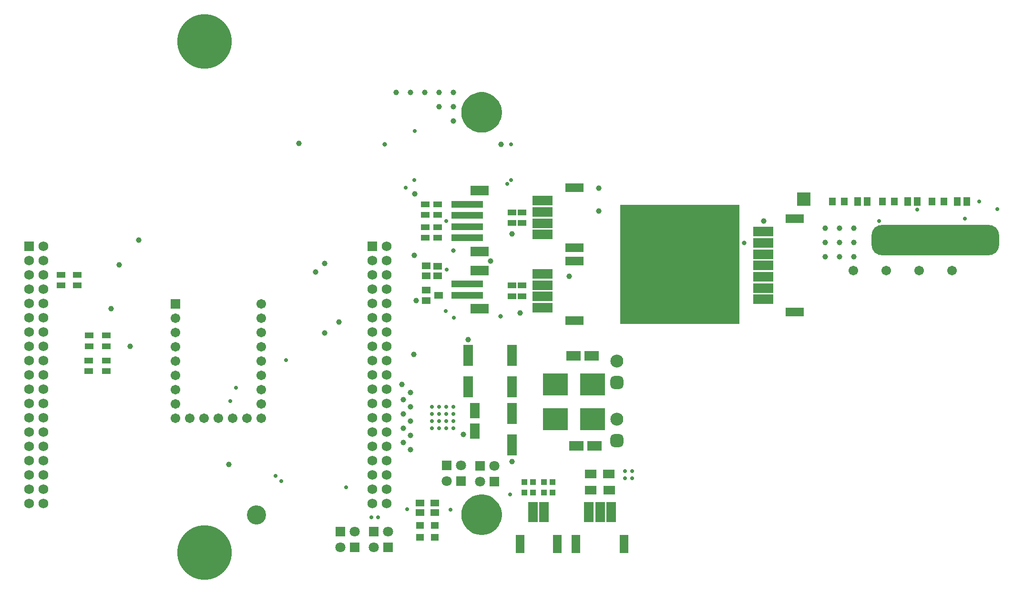
<source format=gts>
G04*
G04 #@! TF.GenerationSoftware,Altium Limited,Altium Designer,21.3.2 (30)*
G04*
G04 Layer_Color=8388736*
%FSTAX25Y25*%
%MOIN*%
G70*
G04*
G04 #@! TF.SameCoordinates,BF941F2B-45D7-4960-A8E1-59923975AC68*
G04*
G04*
G04 #@! TF.FilePolarity,Negative*
G04*
G01*
G75*
%ADD40R,0.05524X0.05131*%
%ADD41R,0.05918X0.05131*%
%ADD42R,0.06312X0.13005*%
%ADD43R,0.06706X0.14186*%
%ADD44R,0.03950X0.03950*%
%ADD45R,0.07950X0.06150*%
%ADD46R,0.07099X0.11036*%
%ADD47R,0.07099X0.14580*%
%ADD48R,0.17493X0.15800*%
%ADD49R,0.10052X0.06902*%
%ADD50R,0.06312X0.04737*%
%ADD51R,0.12611X0.07099*%
%ADD52R,0.22453X0.04737*%
%ADD53R,0.05918X0.04343*%
%ADD54R,0.13005X0.06312*%
%ADD55R,0.14186X0.06706*%
%ADD56C,0.06706*%
%ADD57R,0.05131X0.05524*%
%ADD58R,0.05131X0.05918*%
%ADD59R,0.83477X0.83477*%
%ADD60R,0.09461X0.09461*%
%ADD61R,0.07099X0.07099*%
%ADD62C,0.07099*%
%ADD63R,0.06737X0.06737*%
%ADD64C,0.06737*%
%ADD65C,0.09068*%
G04:AMPARAMS|DCode=66|XSize=90.68mil|YSize=90.68mil|CornerRadius=24.67mil|HoleSize=0mil|Usage=FLASHONLY|Rotation=90.000|XOffset=0mil|YOffset=0mil|HoleType=Round|Shape=RoundedRectangle|*
%AMROUNDEDRECTD66*
21,1,0.09068,0.04134,0,0,90.0*
21,1,0.04134,0.09068,0,0,90.0*
1,1,0.04934,0.02067,0.02067*
1,1,0.04934,0.02067,-0.02067*
1,1,0.04934,-0.02067,-0.02067*
1,1,0.04934,-0.02067,0.02067*
%
%ADD66ROUNDEDRECTD66*%
%ADD67R,0.06824X0.06824*%
%ADD68C,0.06824*%
%ADD69C,0.16548*%
%ADD70C,0.13398*%
G04:AMPARAMS|DCode=71|XSize=893.83mil|YSize=212.72mil|CornerRadius=75.65mil|HoleSize=0mil|Usage=FLASHONLY|Rotation=180.000|XOffset=0mil|YOffset=0mil|HoleType=Round|Shape=RoundedRectangle|*
%AMROUNDEDRECTD71*
21,1,0.89383,0.06142,0,0,180.0*
21,1,0.74252,0.21272,0,0,180.0*
1,1,0.15131,-0.37126,0.03071*
1,1,0.15131,0.37126,0.03071*
1,1,0.15131,0.37126,-0.03071*
1,1,0.15131,-0.37126,-0.03071*
%
%ADD71ROUNDEDRECTD71*%
%ADD72C,0.38202*%
%ADD73C,0.03950*%
%ADD74C,0.03162*%
%ADD75C,0.02769*%
%ADD76C,0.03398*%
G36*
X0368843Y0144446D02*
X0368843Y0143521D01*
X0368601Y0141687D01*
X0368123Y0139901D01*
X0367415Y0138193D01*
X0366491Y0136591D01*
X0365365Y0135124D01*
X0364057Y0133817D01*
X036259Y0132691D01*
X0360989Y0131766D01*
X035928Y0131059D01*
X0357494Y013058D01*
X0355661Y0130339D01*
X0354736D01*
X0353803Y0130339D01*
X0351952Y0130582D01*
X0350149Y0131065D01*
X0348425Y0131779D01*
X0346809Y0132712D01*
X0345328Y0133847D01*
X0344008Y0135167D01*
X0342871Y0136648D01*
X0341938Y0138264D01*
X0341223Y0139988D01*
X034074Y0141791D01*
X0340496Y0143641D01*
X0340496Y0144574D01*
X0340496Y0145502D01*
X0340739Y0147341D01*
X034122Y0149133D01*
X0341932Y0150846D01*
X0342863Y0152452D01*
X0343995Y0153921D01*
X034531Y015523D01*
X0346785Y0156355D01*
X0348394Y0157278D01*
X0350111Y0157982D01*
X0351905Y0158455D01*
X0353745Y0158689D01*
X0354673Y0158685D01*
X0355603Y015868D01*
X0357447Y0158429D01*
X0359243Y015794D01*
X0360959Y0157222D01*
X0362567Y0156286D01*
X036404Y0155149D01*
X0365353Y015383D01*
X0366483Y0152351D01*
X036741Y0150739D01*
X0368121Y0149019D01*
X0368601Y0147221D01*
X0368843Y0145376D01*
X0368843Y0144446D01*
D01*
D02*
G37*
G36*
Y0425942D02*
X0368843Y0425017D01*
X0368601Y0423183D01*
X0368123Y0421397D01*
X0367415Y0419689D01*
X0366491Y0418087D01*
X0365365Y041662D01*
X0364057Y0415313D01*
X036259Y0414187D01*
X0360989Y0413262D01*
X035928Y0412555D01*
X0357494Y0412076D01*
X0355661Y0411835D01*
X0354736D01*
X0353803Y0411834D01*
X0351952Y0412078D01*
X0350149Y0412561D01*
X0348425Y0413275D01*
X0346809Y0414208D01*
X0345328Y0415344D01*
X0344008Y0416663D01*
X0342871Y0418144D01*
X0341938Y041976D01*
X0341223Y0421484D01*
X034074Y0423287D01*
X0340496Y0425137D01*
X0340496Y042607D01*
X0340496Y0426998D01*
X0340739Y0428837D01*
X034122Y0430629D01*
X0341932Y0432342D01*
X0342863Y0433948D01*
X0343995Y0435417D01*
X034531Y0436726D01*
X0346785Y0437851D01*
X0348394Y0438774D01*
X0350111Y0439478D01*
X0351905Y0439951D01*
X0353745Y0440185D01*
X0354673Y0440181D01*
X0355603Y0440176D01*
X0357447Y0439925D01*
X0359243Y0439436D01*
X0360959Y0438718D01*
X0362567Y0437782D01*
X036404Y0436645D01*
X0365353Y0435326D01*
X0366483Y0433848D01*
X036741Y0432235D01*
X0368121Y0430515D01*
X0368601Y0428717D01*
X0368843Y0426872D01*
X0368843Y0425942D01*
D01*
D02*
G37*
D40*
X03117Y0136968D02*
D03*
Y01287D02*
D03*
X03219Y0136968D02*
D03*
Y01287D02*
D03*
D41*
X03117Y0152793D02*
D03*
Y01461D02*
D03*
X03219Y0152793D02*
D03*
Y01461D02*
D03*
X0324052Y0318307D02*
D03*
Y0311614D02*
D03*
X0315984Y0311811D02*
D03*
Y0318504D02*
D03*
D42*
X0381496Y0123984D02*
D03*
X040748D02*
D03*
X0420504D02*
D03*
X0454362D02*
D03*
D43*
X0390551Y0146228D02*
D03*
X0398425D02*
D03*
X0445307D02*
D03*
X0437433D02*
D03*
X0429559D02*
D03*
D44*
X0384646Y0167323D02*
D03*
X0390551D02*
D03*
X0384646Y0159917D02*
D03*
X0390551D02*
D03*
X0398425Y0167323D02*
D03*
X0404331D02*
D03*
X0398425Y0159917D02*
D03*
X0404331D02*
D03*
D45*
X0430913Y0161811D02*
D03*
X0443813D02*
D03*
X0430813Y0172835D02*
D03*
X0443713D02*
D03*
D46*
X0349894Y0203075D02*
D03*
Y0217248D02*
D03*
D47*
X0375984Y0215476D02*
D03*
Y0193429D02*
D03*
X0375984Y0234035D02*
D03*
Y0256083D02*
D03*
X0345276D02*
D03*
Y0234035D02*
D03*
D48*
X0406362Y0235827D02*
D03*
X0432236D02*
D03*
X0406362Y0211382D02*
D03*
X0432236D02*
D03*
D49*
X0420953Y019274D02*
D03*
X0433551D02*
D03*
X0418898Y025563D02*
D03*
X0431496D02*
D03*
D50*
X0324646Y0298031D02*
D03*
X0315984Y0294291D02*
D03*
Y0301772D02*
D03*
D51*
X0353386Y0288583D02*
D03*
Y0315354D02*
D03*
Y032874D02*
D03*
Y037126D02*
D03*
D52*
X0344528Y0305906D02*
D03*
Y0298031D02*
D03*
Y0353937D02*
D03*
Y0361811D02*
D03*
Y0346063D02*
D03*
Y0338189D02*
D03*
D53*
X031536D02*
D03*
Y0345669D02*
D03*
X0323809Y0338189D02*
D03*
Y0345669D02*
D03*
X031536Y0361811D02*
D03*
Y0354331D02*
D03*
X0323809Y0361811D02*
D03*
Y0354331D02*
D03*
X0375939Y0304921D02*
D03*
Y0297441D02*
D03*
X0382782Y0304921D02*
D03*
Y0297441D02*
D03*
X0375939Y0356102D02*
D03*
Y0348622D02*
D03*
X0382782Y0356102D02*
D03*
Y0348622D02*
D03*
X0080215Y026988D02*
D03*
Y02624D02*
D03*
X009242Y026988D02*
D03*
Y02624D02*
D03*
X0080021Y024492D02*
D03*
Y02524D02*
D03*
X0092226Y024492D02*
D03*
Y02524D02*
D03*
X006058Y030492D02*
D03*
Y03124D02*
D03*
X0071998Y030492D02*
D03*
Y03124D02*
D03*
D54*
X0419496Y0322047D02*
D03*
Y0280315D02*
D03*
Y0373228D02*
D03*
Y0331496D02*
D03*
X0573724Y0351575D02*
D03*
Y0286221D02*
D03*
D55*
X0397252Y0297244D02*
D03*
Y028937D02*
D03*
Y0305118D02*
D03*
Y0312992D02*
D03*
Y0348425D02*
D03*
Y0340551D02*
D03*
Y0356299D02*
D03*
Y0364173D02*
D03*
X055148Y034252D02*
D03*
Y0334646D02*
D03*
Y0318898D02*
D03*
Y030315D02*
D03*
Y0295276D02*
D03*
Y0311024D02*
D03*
Y0326772D02*
D03*
D56*
X0614658Y0315191D02*
D03*
X0637624D02*
D03*
X066059D02*
D03*
X0683556D02*
D03*
D57*
X0608321Y03637D02*
D03*
X0600053D02*
D03*
X0634878D02*
D03*
X0643146D02*
D03*
X0677972D02*
D03*
X0669704D02*
D03*
D58*
X0624342D02*
D03*
X0617649D02*
D03*
X0652474D02*
D03*
X0659167D02*
D03*
X0693993D02*
D03*
X06873D02*
D03*
D59*
X0493408Y0319562D02*
D03*
D60*
X05799Y03653D02*
D03*
D61*
X03303Y01789D02*
D03*
X0353653Y01788D02*
D03*
X0363653Y01678D02*
D03*
X02559Y01325D02*
D03*
X02659Y01215D02*
D03*
X02794Y01325D02*
D03*
X02894Y01215D02*
D03*
X03403Y01679D02*
D03*
D62*
X03403Y01789D02*
D03*
X0363653Y01788D02*
D03*
X0353653Y01678D02*
D03*
X02659Y01325D02*
D03*
X02559Y01215D02*
D03*
X02894Y01325D02*
D03*
X02794Y01215D02*
D03*
X03303Y01679D02*
D03*
D63*
X0140687Y0291874D02*
D03*
D64*
Y0281874D02*
D03*
Y0271874D02*
D03*
Y0261874D02*
D03*
Y0251874D02*
D03*
Y0241874D02*
D03*
Y0231874D02*
D03*
Y0221874D02*
D03*
Y0211874D02*
D03*
X0150687D02*
D03*
X0160687D02*
D03*
X0170687D02*
D03*
X0180687D02*
D03*
X0190687D02*
D03*
X0200687D02*
D03*
Y0221874D02*
D03*
Y0231874D02*
D03*
Y0241874D02*
D03*
Y0251874D02*
D03*
Y0261874D02*
D03*
Y0271874D02*
D03*
Y0281874D02*
D03*
Y0291874D02*
D03*
D65*
X0449213Y0211382D02*
D03*
Y0251988D02*
D03*
D66*
Y0196382D02*
D03*
Y0236988D02*
D03*
D67*
X0038389Y03324D02*
D03*
X0278389D02*
D03*
D68*
X0038389Y01524D02*
D03*
X0048389Y03324D02*
D03*
X0038389Y03224D02*
D03*
X0048389D02*
D03*
X0038389Y03124D02*
D03*
X0048389D02*
D03*
X0038389Y03024D02*
D03*
X0048389D02*
D03*
X0038389Y02924D02*
D03*
X0048389D02*
D03*
X0038389Y02824D02*
D03*
X0048389D02*
D03*
X0038389Y02724D02*
D03*
X0048389D02*
D03*
X0038389Y02624D02*
D03*
X0048389D02*
D03*
X0038389Y02524D02*
D03*
X0048389D02*
D03*
X0038389Y02424D02*
D03*
X0048389D02*
D03*
X0038389Y02324D02*
D03*
X0048389D02*
D03*
X0038389Y02224D02*
D03*
X0048389D02*
D03*
X0038389Y02124D02*
D03*
X0048389D02*
D03*
X0038389Y02024D02*
D03*
X0048389D02*
D03*
X0038389Y01924D02*
D03*
X0048389D02*
D03*
X0038389Y01824D02*
D03*
X0048389D02*
D03*
X0038389Y01724D02*
D03*
X0048389D02*
D03*
X0038389Y01624D02*
D03*
X0048389D02*
D03*
Y01524D02*
D03*
X0278389D02*
D03*
X0288389Y03324D02*
D03*
X0278389Y03224D02*
D03*
X0288389D02*
D03*
X0278389Y03124D02*
D03*
X0288389D02*
D03*
X0278389Y03024D02*
D03*
X0288389D02*
D03*
X0278389Y02924D02*
D03*
X0288389D02*
D03*
X0278389Y02824D02*
D03*
X0288389D02*
D03*
X0278389Y02724D02*
D03*
X0288389D02*
D03*
X0278389Y02624D02*
D03*
X0288389D02*
D03*
X0278389Y02524D02*
D03*
X0288389D02*
D03*
X0278389Y02424D02*
D03*
X0288389D02*
D03*
X0278389Y02324D02*
D03*
X0288389D02*
D03*
X0278389Y02224D02*
D03*
X0288389D02*
D03*
X0278389Y02124D02*
D03*
X0288389D02*
D03*
X0278389Y02024D02*
D03*
X0288389D02*
D03*
X0278389Y01924D02*
D03*
X0288389D02*
D03*
X0278389Y01824D02*
D03*
Y01724D02*
D03*
X0288389D02*
D03*
X0278389Y01624D02*
D03*
X0288389D02*
D03*
Y01524D02*
D03*
Y01824D02*
D03*
D69*
X0354669Y0426008D02*
D03*
Y0144512D02*
D03*
D70*
X0197244Y0144488D02*
D03*
D71*
X067191Y0336515D02*
D03*
D72*
X0160984Y0475768D02*
D03*
Y0118D02*
D03*
D73*
X0295Y044D02*
D03*
X0305D02*
D03*
X0335Y042D02*
D03*
X0325Y043D02*
D03*
X0335D02*
D03*
Y044D02*
D03*
X0325D02*
D03*
X0315D02*
D03*
X0305Y019D02*
D03*
Y023D02*
D03*
Y022D02*
D03*
Y021D02*
D03*
Y02D02*
D03*
X03Y0195D02*
D03*
Y0205D02*
D03*
Y0215D02*
D03*
Y0225D02*
D03*
X0595Y0325D02*
D03*
Y0335D02*
D03*
Y0345D02*
D03*
X0605D02*
D03*
Y0335D02*
D03*
Y0325D02*
D03*
X0615D02*
D03*
Y0335D02*
D03*
Y0345D02*
D03*
X03453Y02671D02*
D03*
X01778Y01796D02*
D03*
X0095746Y0288518D02*
D03*
X01013Y0319411D02*
D03*
X0115Y03366D02*
D03*
X03682Y04035D02*
D03*
X02548Y02792D02*
D03*
X0308Y03689D02*
D03*
X0375984Y0181684D02*
D03*
X0342Y02008D02*
D03*
X0299Y02355D02*
D03*
X03071Y02565D02*
D03*
X0109Y02623D02*
D03*
X03077Y03259D02*
D03*
X04366Y03729D02*
D03*
X04367Y03571D02*
D03*
X0308809Y0294291D02*
D03*
X02385Y03143D02*
D03*
X02449Y02717D02*
D03*
Y03202D02*
D03*
X03815Y02858D02*
D03*
X0361Y03219D02*
D03*
X04158Y03114D02*
D03*
X0376Y0341D02*
D03*
X0552Y035D02*
D03*
X02268Y04044D02*
D03*
D74*
X03348Y03294D02*
D03*
X0287Y04035D02*
D03*
X05381Y03347D02*
D03*
X0368Y02832D02*
D03*
D75*
X03301Y03159D02*
D03*
X03298Y03499D02*
D03*
X03329Y01481D02*
D03*
X03746Y01588D02*
D03*
X02599Y01638D02*
D03*
X02777Y01427D02*
D03*
X02821Y01428D02*
D03*
X02145Y01679D02*
D03*
X02106Y01717D02*
D03*
X03027Y01483D02*
D03*
X06593Y0358D02*
D03*
X06925Y03515D02*
D03*
X07154Y03584D02*
D03*
X06326Y03501D02*
D03*
X07026Y03635D02*
D03*
X03752Y04038D02*
D03*
X03078Y0413D02*
D03*
X03352Y02822D02*
D03*
X03077Y03787D02*
D03*
X03725Y03761D02*
D03*
X02178Y02525D02*
D03*
X0329642Y0286857D02*
D03*
X0325Y0215D02*
D03*
Y022D02*
D03*
X032D02*
D03*
X03754Y03786D02*
D03*
X03016Y03734D02*
D03*
X01829Y02332D02*
D03*
X01788Y02239D02*
D03*
X046Y017D02*
D03*
X0455D02*
D03*
Y0175D02*
D03*
X046D02*
D03*
X0335Y022D02*
D03*
Y0215D02*
D03*
Y021D02*
D03*
Y0205D02*
D03*
X033D02*
D03*
Y021D02*
D03*
Y0215D02*
D03*
Y022D02*
D03*
X0325Y021D02*
D03*
Y0205D02*
D03*
X032D02*
D03*
Y021D02*
D03*
Y0215D02*
D03*
D76*
X0359Y0415575D02*
D03*
X0344236Y0421677D02*
D03*
X0350339Y0436441D02*
D03*
X0365102Y0430339D02*
D03*
X0344236D02*
D03*
X0359Y0436441D02*
D03*
X0365102Y0421677D02*
D03*
X0350339Y0415575D02*
D03*
X0359Y0134079D02*
D03*
X0344236Y0140181D02*
D03*
X0350339Y0154945D02*
D03*
X0365102Y0148843D02*
D03*
X0344236D02*
D03*
X0359Y0154945D02*
D03*
X0365102Y0140181D02*
D03*
X0350339Y0134079D02*
D03*
M02*

</source>
